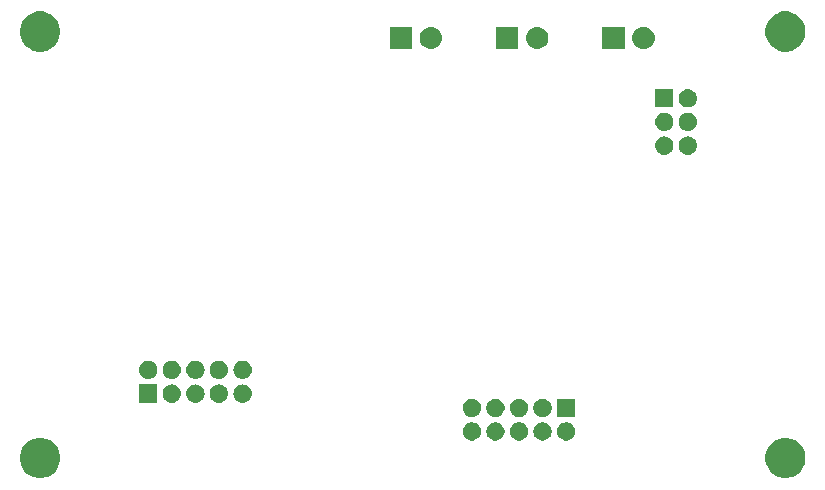
<source format=gbr>
G04 #@! TF.GenerationSoftware,KiCad,Pcbnew,5.0.2+dfsg1-1*
G04 #@! TF.CreationDate,2021-10-10T22:00:12+03:00*
G04 #@! TF.ProjectId,Brizer-ZigBee,4272697a-6572-42d5-9a69-674265652e6b,rev?*
G04 #@! TF.SameCoordinates,Original*
G04 #@! TF.FileFunction,Soldermask,Bot*
G04 #@! TF.FilePolarity,Negative*
%FSLAX46Y46*%
G04 Gerber Fmt 4.6, Leading zero omitted, Abs format (unit mm)*
G04 Created by KiCad (PCBNEW 5.0.2+dfsg1-1) date Вс 10 окт 2021 22:00:12*
%MOMM*%
%LPD*%
G01*
G04 APERTURE LIST*
%ADD10C,0.050000*%
G04 APERTURE END LIST*
D10*
G36*
X182045872Y-107915330D02*
X182045874Y-107915331D01*
X182045875Y-107915331D01*
X182106284Y-107940353D01*
X182355252Y-108043479D01*
X182633687Y-108229523D01*
X182870477Y-108466313D01*
X183056521Y-108744748D01*
X183184670Y-109054128D01*
X183250000Y-109382565D01*
X183250000Y-109717435D01*
X183184670Y-110045872D01*
X183056521Y-110355252D01*
X182870477Y-110633687D01*
X182633687Y-110870477D01*
X182355252Y-111056521D01*
X182106284Y-111159647D01*
X182045875Y-111184669D01*
X182045874Y-111184669D01*
X182045872Y-111184670D01*
X181717435Y-111250000D01*
X181382565Y-111250000D01*
X181054128Y-111184670D01*
X181054126Y-111184669D01*
X181054125Y-111184669D01*
X180993716Y-111159647D01*
X180744748Y-111056521D01*
X180466313Y-110870477D01*
X180229523Y-110633687D01*
X180043479Y-110355252D01*
X179915330Y-110045872D01*
X179850000Y-109717435D01*
X179850000Y-109382565D01*
X179915330Y-109054128D01*
X180043479Y-108744748D01*
X180229523Y-108466313D01*
X180466313Y-108229523D01*
X180744748Y-108043479D01*
X180993716Y-107940353D01*
X181054125Y-107915331D01*
X181054126Y-107915331D01*
X181054128Y-107915330D01*
X181382565Y-107850000D01*
X181717435Y-107850000D01*
X182045872Y-107915330D01*
X182045872Y-107915330D01*
G37*
G36*
X118945872Y-107915330D02*
X118945874Y-107915331D01*
X118945875Y-107915331D01*
X119006284Y-107940353D01*
X119255252Y-108043479D01*
X119533687Y-108229523D01*
X119770477Y-108466313D01*
X119956521Y-108744748D01*
X120084670Y-109054128D01*
X120150000Y-109382565D01*
X120150000Y-109717435D01*
X120084670Y-110045872D01*
X119956521Y-110355252D01*
X119770477Y-110633687D01*
X119533687Y-110870477D01*
X119255252Y-111056521D01*
X119006284Y-111159647D01*
X118945875Y-111184669D01*
X118945874Y-111184669D01*
X118945872Y-111184670D01*
X118617435Y-111250000D01*
X118282565Y-111250000D01*
X117954128Y-111184670D01*
X117954126Y-111184669D01*
X117954125Y-111184669D01*
X117893716Y-111159647D01*
X117644748Y-111056521D01*
X117366313Y-110870477D01*
X117129523Y-110633687D01*
X116943479Y-110355252D01*
X116815330Y-110045872D01*
X116750000Y-109717435D01*
X116750000Y-109382565D01*
X116815330Y-109054128D01*
X116943479Y-108744748D01*
X117129523Y-108466313D01*
X117366313Y-108229523D01*
X117644748Y-108043479D01*
X117893716Y-107940353D01*
X117954125Y-107915331D01*
X117954126Y-107915331D01*
X117954128Y-107915330D01*
X118282565Y-107850000D01*
X118617435Y-107850000D01*
X118945872Y-107915330D01*
X118945872Y-107915330D01*
G37*
G36*
X157226057Y-106554782D02*
X157226060Y-106554783D01*
X157226059Y-106554783D01*
X157367100Y-106613204D01*
X157494034Y-106698018D01*
X157601982Y-106805966D01*
X157601983Y-106805968D01*
X157686796Y-106932900D01*
X157745218Y-107073943D01*
X157775000Y-107223667D01*
X157775000Y-107376333D01*
X157745218Y-107526057D01*
X157745217Y-107526059D01*
X157686796Y-107667100D01*
X157601982Y-107794034D01*
X157494034Y-107901982D01*
X157367100Y-107986796D01*
X157226057Y-108045218D01*
X157076333Y-108075000D01*
X156923667Y-108075000D01*
X156773943Y-108045218D01*
X156632900Y-107986796D01*
X156505966Y-107901982D01*
X156398018Y-107794034D01*
X156313204Y-107667100D01*
X156254783Y-107526059D01*
X156254782Y-107526057D01*
X156225000Y-107376333D01*
X156225000Y-107223667D01*
X156254782Y-107073943D01*
X156313204Y-106932900D01*
X156398017Y-106805968D01*
X156398018Y-106805966D01*
X156505966Y-106698018D01*
X156632900Y-106613204D01*
X156773941Y-106554783D01*
X156773940Y-106554783D01*
X156773943Y-106554782D01*
X156923667Y-106525000D01*
X157076333Y-106525000D01*
X157226057Y-106554782D01*
X157226057Y-106554782D01*
G37*
G36*
X155226057Y-106554782D02*
X155226060Y-106554783D01*
X155226059Y-106554783D01*
X155367100Y-106613204D01*
X155494034Y-106698018D01*
X155601982Y-106805966D01*
X155601983Y-106805968D01*
X155686796Y-106932900D01*
X155745218Y-107073943D01*
X155775000Y-107223667D01*
X155775000Y-107376333D01*
X155745218Y-107526057D01*
X155745217Y-107526059D01*
X155686796Y-107667100D01*
X155601982Y-107794034D01*
X155494034Y-107901982D01*
X155367100Y-107986796D01*
X155226057Y-108045218D01*
X155076333Y-108075000D01*
X154923667Y-108075000D01*
X154773943Y-108045218D01*
X154632900Y-107986796D01*
X154505966Y-107901982D01*
X154398018Y-107794034D01*
X154313204Y-107667100D01*
X154254783Y-107526059D01*
X154254782Y-107526057D01*
X154225000Y-107376333D01*
X154225000Y-107223667D01*
X154254782Y-107073943D01*
X154313204Y-106932900D01*
X154398017Y-106805968D01*
X154398018Y-106805966D01*
X154505966Y-106698018D01*
X154632900Y-106613204D01*
X154773941Y-106554783D01*
X154773940Y-106554783D01*
X154773943Y-106554782D01*
X154923667Y-106525000D01*
X155076333Y-106525000D01*
X155226057Y-106554782D01*
X155226057Y-106554782D01*
G37*
G36*
X159226057Y-106554782D02*
X159226060Y-106554783D01*
X159226059Y-106554783D01*
X159367100Y-106613204D01*
X159494034Y-106698018D01*
X159601982Y-106805966D01*
X159601983Y-106805968D01*
X159686796Y-106932900D01*
X159745218Y-107073943D01*
X159775000Y-107223667D01*
X159775000Y-107376333D01*
X159745218Y-107526057D01*
X159745217Y-107526059D01*
X159686796Y-107667100D01*
X159601982Y-107794034D01*
X159494034Y-107901982D01*
X159367100Y-107986796D01*
X159226057Y-108045218D01*
X159076333Y-108075000D01*
X158923667Y-108075000D01*
X158773943Y-108045218D01*
X158632900Y-107986796D01*
X158505966Y-107901982D01*
X158398018Y-107794034D01*
X158313204Y-107667100D01*
X158254783Y-107526059D01*
X158254782Y-107526057D01*
X158225000Y-107376333D01*
X158225000Y-107223667D01*
X158254782Y-107073943D01*
X158313204Y-106932900D01*
X158398017Y-106805968D01*
X158398018Y-106805966D01*
X158505966Y-106698018D01*
X158632900Y-106613204D01*
X158773941Y-106554783D01*
X158773940Y-106554783D01*
X158773943Y-106554782D01*
X158923667Y-106525000D01*
X159076333Y-106525000D01*
X159226057Y-106554782D01*
X159226057Y-106554782D01*
G37*
G36*
X161226057Y-106554782D02*
X161226060Y-106554783D01*
X161226059Y-106554783D01*
X161367100Y-106613204D01*
X161494034Y-106698018D01*
X161601982Y-106805966D01*
X161601983Y-106805968D01*
X161686796Y-106932900D01*
X161745218Y-107073943D01*
X161775000Y-107223667D01*
X161775000Y-107376333D01*
X161745218Y-107526057D01*
X161745217Y-107526059D01*
X161686796Y-107667100D01*
X161601982Y-107794034D01*
X161494034Y-107901982D01*
X161367100Y-107986796D01*
X161226057Y-108045218D01*
X161076333Y-108075000D01*
X160923667Y-108075000D01*
X160773943Y-108045218D01*
X160632900Y-107986796D01*
X160505966Y-107901982D01*
X160398018Y-107794034D01*
X160313204Y-107667100D01*
X160254783Y-107526059D01*
X160254782Y-107526057D01*
X160225000Y-107376333D01*
X160225000Y-107223667D01*
X160254782Y-107073943D01*
X160313204Y-106932900D01*
X160398017Y-106805968D01*
X160398018Y-106805966D01*
X160505966Y-106698018D01*
X160632900Y-106613204D01*
X160773941Y-106554783D01*
X160773940Y-106554783D01*
X160773943Y-106554782D01*
X160923667Y-106525000D01*
X161076333Y-106525000D01*
X161226057Y-106554782D01*
X161226057Y-106554782D01*
G37*
G36*
X163226057Y-106554782D02*
X163226060Y-106554783D01*
X163226059Y-106554783D01*
X163367100Y-106613204D01*
X163494034Y-106698018D01*
X163601982Y-106805966D01*
X163601983Y-106805968D01*
X163686796Y-106932900D01*
X163745218Y-107073943D01*
X163775000Y-107223667D01*
X163775000Y-107376333D01*
X163745218Y-107526057D01*
X163745217Y-107526059D01*
X163686796Y-107667100D01*
X163601982Y-107794034D01*
X163494034Y-107901982D01*
X163367100Y-107986796D01*
X163226057Y-108045218D01*
X163076333Y-108075000D01*
X162923667Y-108075000D01*
X162773943Y-108045218D01*
X162632900Y-107986796D01*
X162505966Y-107901982D01*
X162398018Y-107794034D01*
X162313204Y-107667100D01*
X162254783Y-107526059D01*
X162254782Y-107526057D01*
X162225000Y-107376333D01*
X162225000Y-107223667D01*
X162254782Y-107073943D01*
X162313204Y-106932900D01*
X162398017Y-106805968D01*
X162398018Y-106805966D01*
X162505966Y-106698018D01*
X162632900Y-106613204D01*
X162773941Y-106554783D01*
X162773940Y-106554783D01*
X162773943Y-106554782D01*
X162923667Y-106525000D01*
X163076333Y-106525000D01*
X163226057Y-106554782D01*
X163226057Y-106554782D01*
G37*
G36*
X159226057Y-104554782D02*
X159226060Y-104554783D01*
X159226059Y-104554783D01*
X159367100Y-104613204D01*
X159494034Y-104698018D01*
X159601982Y-104805966D01*
X159601983Y-104805968D01*
X159686796Y-104932900D01*
X159745218Y-105073943D01*
X159775000Y-105223667D01*
X159775000Y-105376333D01*
X159745218Y-105526057D01*
X159745217Y-105526059D01*
X159686796Y-105667100D01*
X159601982Y-105794034D01*
X159494034Y-105901982D01*
X159367100Y-105986796D01*
X159226057Y-106045218D01*
X159076333Y-106075000D01*
X158923667Y-106075000D01*
X158773943Y-106045218D01*
X158632900Y-105986796D01*
X158505966Y-105901982D01*
X158398018Y-105794034D01*
X158313204Y-105667100D01*
X158254783Y-105526059D01*
X158254782Y-105526057D01*
X158225000Y-105376333D01*
X158225000Y-105223667D01*
X158254782Y-105073943D01*
X158313204Y-104932900D01*
X158398017Y-104805968D01*
X158398018Y-104805966D01*
X158505966Y-104698018D01*
X158632900Y-104613204D01*
X158773941Y-104554783D01*
X158773940Y-104554783D01*
X158773943Y-104554782D01*
X158923667Y-104525000D01*
X159076333Y-104525000D01*
X159226057Y-104554782D01*
X159226057Y-104554782D01*
G37*
G36*
X161226057Y-104554782D02*
X161226060Y-104554783D01*
X161226059Y-104554783D01*
X161367100Y-104613204D01*
X161494034Y-104698018D01*
X161601982Y-104805966D01*
X161601983Y-104805968D01*
X161686796Y-104932900D01*
X161745218Y-105073943D01*
X161775000Y-105223667D01*
X161775000Y-105376333D01*
X161745218Y-105526057D01*
X161745217Y-105526059D01*
X161686796Y-105667100D01*
X161601982Y-105794034D01*
X161494034Y-105901982D01*
X161367100Y-105986796D01*
X161226057Y-106045218D01*
X161076333Y-106075000D01*
X160923667Y-106075000D01*
X160773943Y-106045218D01*
X160632900Y-105986796D01*
X160505966Y-105901982D01*
X160398018Y-105794034D01*
X160313204Y-105667100D01*
X160254783Y-105526059D01*
X160254782Y-105526057D01*
X160225000Y-105376333D01*
X160225000Y-105223667D01*
X160254782Y-105073943D01*
X160313204Y-104932900D01*
X160398017Y-104805968D01*
X160398018Y-104805966D01*
X160505966Y-104698018D01*
X160632900Y-104613204D01*
X160773941Y-104554783D01*
X160773940Y-104554783D01*
X160773943Y-104554782D01*
X160923667Y-104525000D01*
X161076333Y-104525000D01*
X161226057Y-104554782D01*
X161226057Y-104554782D01*
G37*
G36*
X157226057Y-104554782D02*
X157226060Y-104554783D01*
X157226059Y-104554783D01*
X157367100Y-104613204D01*
X157494034Y-104698018D01*
X157601982Y-104805966D01*
X157601983Y-104805968D01*
X157686796Y-104932900D01*
X157745218Y-105073943D01*
X157775000Y-105223667D01*
X157775000Y-105376333D01*
X157745218Y-105526057D01*
X157745217Y-105526059D01*
X157686796Y-105667100D01*
X157601982Y-105794034D01*
X157494034Y-105901982D01*
X157367100Y-105986796D01*
X157226057Y-106045218D01*
X157076333Y-106075000D01*
X156923667Y-106075000D01*
X156773943Y-106045218D01*
X156632900Y-105986796D01*
X156505966Y-105901982D01*
X156398018Y-105794034D01*
X156313204Y-105667100D01*
X156254783Y-105526059D01*
X156254782Y-105526057D01*
X156225000Y-105376333D01*
X156225000Y-105223667D01*
X156254782Y-105073943D01*
X156313204Y-104932900D01*
X156398017Y-104805968D01*
X156398018Y-104805966D01*
X156505966Y-104698018D01*
X156632900Y-104613204D01*
X156773941Y-104554783D01*
X156773940Y-104554783D01*
X156773943Y-104554782D01*
X156923667Y-104525000D01*
X157076333Y-104525000D01*
X157226057Y-104554782D01*
X157226057Y-104554782D01*
G37*
G36*
X155226057Y-104554782D02*
X155226060Y-104554783D01*
X155226059Y-104554783D01*
X155367100Y-104613204D01*
X155494034Y-104698018D01*
X155601982Y-104805966D01*
X155601983Y-104805968D01*
X155686796Y-104932900D01*
X155745218Y-105073943D01*
X155775000Y-105223667D01*
X155775000Y-105376333D01*
X155745218Y-105526057D01*
X155745217Y-105526059D01*
X155686796Y-105667100D01*
X155601982Y-105794034D01*
X155494034Y-105901982D01*
X155367100Y-105986796D01*
X155226057Y-106045218D01*
X155076333Y-106075000D01*
X154923667Y-106075000D01*
X154773943Y-106045218D01*
X154632900Y-105986796D01*
X154505966Y-105901982D01*
X154398018Y-105794034D01*
X154313204Y-105667100D01*
X154254783Y-105526059D01*
X154254782Y-105526057D01*
X154225000Y-105376333D01*
X154225000Y-105223667D01*
X154254782Y-105073943D01*
X154313204Y-104932900D01*
X154398017Y-104805968D01*
X154398018Y-104805966D01*
X154505966Y-104698018D01*
X154632900Y-104613204D01*
X154773941Y-104554783D01*
X154773940Y-104554783D01*
X154773943Y-104554782D01*
X154923667Y-104525000D01*
X155076333Y-104525000D01*
X155226057Y-104554782D01*
X155226057Y-104554782D01*
G37*
G36*
X163775000Y-106075000D02*
X162225000Y-106075000D01*
X162225000Y-104525000D01*
X163775000Y-104525000D01*
X163775000Y-106075000D01*
X163775000Y-106075000D01*
G37*
G36*
X135751924Y-103336213D02*
X135898017Y-103380531D01*
X136032650Y-103452493D01*
X136150659Y-103549341D01*
X136247507Y-103667350D01*
X136319469Y-103801983D01*
X136363787Y-103948076D01*
X136378750Y-104100000D01*
X136363787Y-104251924D01*
X136319469Y-104398017D01*
X136247507Y-104532650D01*
X136150659Y-104650659D01*
X136032650Y-104747507D01*
X135898017Y-104819469D01*
X135751924Y-104863787D01*
X135638071Y-104875000D01*
X135561929Y-104875000D01*
X135448076Y-104863787D01*
X135301983Y-104819469D01*
X135167350Y-104747507D01*
X135049341Y-104650659D01*
X134952493Y-104532650D01*
X134880531Y-104398017D01*
X134836213Y-104251924D01*
X134821250Y-104100000D01*
X134836213Y-103948076D01*
X134880531Y-103801983D01*
X134952493Y-103667350D01*
X135049341Y-103549341D01*
X135167350Y-103452493D01*
X135301983Y-103380531D01*
X135448076Y-103336213D01*
X135561929Y-103325000D01*
X135638071Y-103325000D01*
X135751924Y-103336213D01*
X135751924Y-103336213D01*
G37*
G36*
X129751924Y-103336213D02*
X129898017Y-103380531D01*
X130032650Y-103452493D01*
X130150659Y-103549341D01*
X130247507Y-103667350D01*
X130319469Y-103801983D01*
X130363787Y-103948076D01*
X130378750Y-104100000D01*
X130363787Y-104251924D01*
X130319469Y-104398017D01*
X130247507Y-104532650D01*
X130150659Y-104650659D01*
X130032650Y-104747507D01*
X129898017Y-104819469D01*
X129751924Y-104863787D01*
X129638071Y-104875000D01*
X129561929Y-104875000D01*
X129448076Y-104863787D01*
X129301983Y-104819469D01*
X129167350Y-104747507D01*
X129049341Y-104650659D01*
X128952493Y-104532650D01*
X128880531Y-104398017D01*
X128836213Y-104251924D01*
X128821250Y-104100000D01*
X128836213Y-103948076D01*
X128880531Y-103801983D01*
X128952493Y-103667350D01*
X129049341Y-103549341D01*
X129167350Y-103452493D01*
X129301983Y-103380531D01*
X129448076Y-103336213D01*
X129561929Y-103325000D01*
X129638071Y-103325000D01*
X129751924Y-103336213D01*
X129751924Y-103336213D01*
G37*
G36*
X131751924Y-103336213D02*
X131898017Y-103380531D01*
X132032650Y-103452493D01*
X132150659Y-103549341D01*
X132247507Y-103667350D01*
X132319469Y-103801983D01*
X132363787Y-103948076D01*
X132378750Y-104100000D01*
X132363787Y-104251924D01*
X132319469Y-104398017D01*
X132247507Y-104532650D01*
X132150659Y-104650659D01*
X132032650Y-104747507D01*
X131898017Y-104819469D01*
X131751924Y-104863787D01*
X131638071Y-104875000D01*
X131561929Y-104875000D01*
X131448076Y-104863787D01*
X131301983Y-104819469D01*
X131167350Y-104747507D01*
X131049341Y-104650659D01*
X130952493Y-104532650D01*
X130880531Y-104398017D01*
X130836213Y-104251924D01*
X130821250Y-104100000D01*
X130836213Y-103948076D01*
X130880531Y-103801983D01*
X130952493Y-103667350D01*
X131049341Y-103549341D01*
X131167350Y-103452493D01*
X131301983Y-103380531D01*
X131448076Y-103336213D01*
X131561929Y-103325000D01*
X131638071Y-103325000D01*
X131751924Y-103336213D01*
X131751924Y-103336213D01*
G37*
G36*
X128375000Y-104875000D02*
X126825000Y-104875000D01*
X126825000Y-103325000D01*
X128375000Y-103325000D01*
X128375000Y-104875000D01*
X128375000Y-104875000D01*
G37*
G36*
X133751924Y-103336213D02*
X133898017Y-103380531D01*
X134032650Y-103452493D01*
X134150659Y-103549341D01*
X134247507Y-103667350D01*
X134319469Y-103801983D01*
X134363787Y-103948076D01*
X134378750Y-104100000D01*
X134363787Y-104251924D01*
X134319469Y-104398017D01*
X134247507Y-104532650D01*
X134150659Y-104650659D01*
X134032650Y-104747507D01*
X133898017Y-104819469D01*
X133751924Y-104863787D01*
X133638071Y-104875000D01*
X133561929Y-104875000D01*
X133448076Y-104863787D01*
X133301983Y-104819469D01*
X133167350Y-104747507D01*
X133049341Y-104650659D01*
X132952493Y-104532650D01*
X132880531Y-104398017D01*
X132836213Y-104251924D01*
X132821250Y-104100000D01*
X132836213Y-103948076D01*
X132880531Y-103801983D01*
X132952493Y-103667350D01*
X133049341Y-103549341D01*
X133167350Y-103452493D01*
X133301983Y-103380531D01*
X133448076Y-103336213D01*
X133561929Y-103325000D01*
X133638071Y-103325000D01*
X133751924Y-103336213D01*
X133751924Y-103336213D01*
G37*
G36*
X135751924Y-101336213D02*
X135898017Y-101380531D01*
X136032650Y-101452493D01*
X136150659Y-101549341D01*
X136247507Y-101667350D01*
X136319469Y-101801983D01*
X136363787Y-101948076D01*
X136378750Y-102100000D01*
X136363787Y-102251924D01*
X136319469Y-102398017D01*
X136247507Y-102532650D01*
X136150659Y-102650659D01*
X136032650Y-102747507D01*
X135898017Y-102819469D01*
X135751924Y-102863787D01*
X135638071Y-102875000D01*
X135561929Y-102875000D01*
X135448076Y-102863787D01*
X135301983Y-102819469D01*
X135167350Y-102747507D01*
X135049341Y-102650659D01*
X134952493Y-102532650D01*
X134880531Y-102398017D01*
X134836213Y-102251924D01*
X134821250Y-102100000D01*
X134836213Y-101948076D01*
X134880531Y-101801983D01*
X134952493Y-101667350D01*
X135049341Y-101549341D01*
X135167350Y-101452493D01*
X135301983Y-101380531D01*
X135448076Y-101336213D01*
X135561929Y-101325000D01*
X135638071Y-101325000D01*
X135751924Y-101336213D01*
X135751924Y-101336213D01*
G37*
G36*
X127751924Y-101336213D02*
X127898017Y-101380531D01*
X128032650Y-101452493D01*
X128150659Y-101549341D01*
X128247507Y-101667350D01*
X128319469Y-101801983D01*
X128363787Y-101948076D01*
X128378750Y-102100000D01*
X128363787Y-102251924D01*
X128319469Y-102398017D01*
X128247507Y-102532650D01*
X128150659Y-102650659D01*
X128032650Y-102747507D01*
X127898017Y-102819469D01*
X127751924Y-102863787D01*
X127638071Y-102875000D01*
X127561929Y-102875000D01*
X127448076Y-102863787D01*
X127301983Y-102819469D01*
X127167350Y-102747507D01*
X127049341Y-102650659D01*
X126952493Y-102532650D01*
X126880531Y-102398017D01*
X126836213Y-102251924D01*
X126821250Y-102100000D01*
X126836213Y-101948076D01*
X126880531Y-101801983D01*
X126952493Y-101667350D01*
X127049341Y-101549341D01*
X127167350Y-101452493D01*
X127301983Y-101380531D01*
X127448076Y-101336213D01*
X127561929Y-101325000D01*
X127638071Y-101325000D01*
X127751924Y-101336213D01*
X127751924Y-101336213D01*
G37*
G36*
X129751924Y-101336213D02*
X129898017Y-101380531D01*
X130032650Y-101452493D01*
X130150659Y-101549341D01*
X130247507Y-101667350D01*
X130319469Y-101801983D01*
X130363787Y-101948076D01*
X130378750Y-102100000D01*
X130363787Y-102251924D01*
X130319469Y-102398017D01*
X130247507Y-102532650D01*
X130150659Y-102650659D01*
X130032650Y-102747507D01*
X129898017Y-102819469D01*
X129751924Y-102863787D01*
X129638071Y-102875000D01*
X129561929Y-102875000D01*
X129448076Y-102863787D01*
X129301983Y-102819469D01*
X129167350Y-102747507D01*
X129049341Y-102650659D01*
X128952493Y-102532650D01*
X128880531Y-102398017D01*
X128836213Y-102251924D01*
X128821250Y-102100000D01*
X128836213Y-101948076D01*
X128880531Y-101801983D01*
X128952493Y-101667350D01*
X129049341Y-101549341D01*
X129167350Y-101452493D01*
X129301983Y-101380531D01*
X129448076Y-101336213D01*
X129561929Y-101325000D01*
X129638071Y-101325000D01*
X129751924Y-101336213D01*
X129751924Y-101336213D01*
G37*
G36*
X131751924Y-101336213D02*
X131898017Y-101380531D01*
X132032650Y-101452493D01*
X132150659Y-101549341D01*
X132247507Y-101667350D01*
X132319469Y-101801983D01*
X132363787Y-101948076D01*
X132378750Y-102100000D01*
X132363787Y-102251924D01*
X132319469Y-102398017D01*
X132247507Y-102532650D01*
X132150659Y-102650659D01*
X132032650Y-102747507D01*
X131898017Y-102819469D01*
X131751924Y-102863787D01*
X131638071Y-102875000D01*
X131561929Y-102875000D01*
X131448076Y-102863787D01*
X131301983Y-102819469D01*
X131167350Y-102747507D01*
X131049341Y-102650659D01*
X130952493Y-102532650D01*
X130880531Y-102398017D01*
X130836213Y-102251924D01*
X130821250Y-102100000D01*
X130836213Y-101948076D01*
X130880531Y-101801983D01*
X130952493Y-101667350D01*
X131049341Y-101549341D01*
X131167350Y-101452493D01*
X131301983Y-101380531D01*
X131448076Y-101336213D01*
X131561929Y-101325000D01*
X131638071Y-101325000D01*
X131751924Y-101336213D01*
X131751924Y-101336213D01*
G37*
G36*
X133751924Y-101336213D02*
X133898017Y-101380531D01*
X134032650Y-101452493D01*
X134150659Y-101549341D01*
X134247507Y-101667350D01*
X134319469Y-101801983D01*
X134363787Y-101948076D01*
X134378750Y-102100000D01*
X134363787Y-102251924D01*
X134319469Y-102398017D01*
X134247507Y-102532650D01*
X134150659Y-102650659D01*
X134032650Y-102747507D01*
X133898017Y-102819469D01*
X133751924Y-102863787D01*
X133638071Y-102875000D01*
X133561929Y-102875000D01*
X133448076Y-102863787D01*
X133301983Y-102819469D01*
X133167350Y-102747507D01*
X133049341Y-102650659D01*
X132952493Y-102532650D01*
X132880531Y-102398017D01*
X132836213Y-102251924D01*
X132821250Y-102100000D01*
X132836213Y-101948076D01*
X132880531Y-101801983D01*
X132952493Y-101667350D01*
X133049341Y-101549341D01*
X133167350Y-101452493D01*
X133301983Y-101380531D01*
X133448076Y-101336213D01*
X133561929Y-101325000D01*
X133638071Y-101325000D01*
X133751924Y-101336213D01*
X133751924Y-101336213D01*
G37*
G36*
X173451924Y-82336213D02*
X173598017Y-82380531D01*
X173732650Y-82452493D01*
X173850659Y-82549341D01*
X173947507Y-82667350D01*
X174019469Y-82801983D01*
X174063787Y-82948076D01*
X174078750Y-83100000D01*
X174063787Y-83251924D01*
X174019469Y-83398017D01*
X173947507Y-83532650D01*
X173850659Y-83650659D01*
X173732650Y-83747507D01*
X173598017Y-83819469D01*
X173451924Y-83863787D01*
X173338071Y-83875000D01*
X173261929Y-83875000D01*
X173148076Y-83863787D01*
X173001983Y-83819469D01*
X172867350Y-83747507D01*
X172749341Y-83650659D01*
X172652493Y-83532650D01*
X172580531Y-83398017D01*
X172536213Y-83251924D01*
X172521250Y-83100000D01*
X172536213Y-82948076D01*
X172580531Y-82801983D01*
X172652493Y-82667350D01*
X172749341Y-82549341D01*
X172867350Y-82452493D01*
X173001983Y-82380531D01*
X173148076Y-82336213D01*
X173261929Y-82325000D01*
X173338071Y-82325000D01*
X173451924Y-82336213D01*
X173451924Y-82336213D01*
G37*
G36*
X171451924Y-82336213D02*
X171598017Y-82380531D01*
X171732650Y-82452493D01*
X171850659Y-82549341D01*
X171947507Y-82667350D01*
X172019469Y-82801983D01*
X172063787Y-82948076D01*
X172078750Y-83100000D01*
X172063787Y-83251924D01*
X172019469Y-83398017D01*
X171947507Y-83532650D01*
X171850659Y-83650659D01*
X171732650Y-83747507D01*
X171598017Y-83819469D01*
X171451924Y-83863787D01*
X171338071Y-83875000D01*
X171261929Y-83875000D01*
X171148076Y-83863787D01*
X171001983Y-83819469D01*
X170867350Y-83747507D01*
X170749341Y-83650659D01*
X170652493Y-83532650D01*
X170580531Y-83398017D01*
X170536213Y-83251924D01*
X170521250Y-83100000D01*
X170536213Y-82948076D01*
X170580531Y-82801983D01*
X170652493Y-82667350D01*
X170749341Y-82549341D01*
X170867350Y-82452493D01*
X171001983Y-82380531D01*
X171148076Y-82336213D01*
X171261929Y-82325000D01*
X171338071Y-82325000D01*
X171451924Y-82336213D01*
X171451924Y-82336213D01*
G37*
G36*
X171451924Y-80336213D02*
X171598017Y-80380531D01*
X171732650Y-80452493D01*
X171850659Y-80549341D01*
X171947507Y-80667350D01*
X172019469Y-80801983D01*
X172063787Y-80948076D01*
X172078750Y-81100000D01*
X172063787Y-81251924D01*
X172019469Y-81398017D01*
X171947507Y-81532650D01*
X171850659Y-81650659D01*
X171732650Y-81747507D01*
X171598017Y-81819469D01*
X171451924Y-81863787D01*
X171338071Y-81875000D01*
X171261929Y-81875000D01*
X171148076Y-81863787D01*
X171001983Y-81819469D01*
X170867350Y-81747507D01*
X170749341Y-81650659D01*
X170652493Y-81532650D01*
X170580531Y-81398017D01*
X170536213Y-81251924D01*
X170521250Y-81100000D01*
X170536213Y-80948076D01*
X170580531Y-80801983D01*
X170652493Y-80667350D01*
X170749341Y-80549341D01*
X170867350Y-80452493D01*
X171001983Y-80380531D01*
X171148076Y-80336213D01*
X171261929Y-80325000D01*
X171338071Y-80325000D01*
X171451924Y-80336213D01*
X171451924Y-80336213D01*
G37*
G36*
X173451924Y-80336213D02*
X173598017Y-80380531D01*
X173732650Y-80452493D01*
X173850659Y-80549341D01*
X173947507Y-80667350D01*
X174019469Y-80801983D01*
X174063787Y-80948076D01*
X174078750Y-81100000D01*
X174063787Y-81251924D01*
X174019469Y-81398017D01*
X173947507Y-81532650D01*
X173850659Y-81650659D01*
X173732650Y-81747507D01*
X173598017Y-81819469D01*
X173451924Y-81863787D01*
X173338071Y-81875000D01*
X173261929Y-81875000D01*
X173148076Y-81863787D01*
X173001983Y-81819469D01*
X172867350Y-81747507D01*
X172749341Y-81650659D01*
X172652493Y-81532650D01*
X172580531Y-81398017D01*
X172536213Y-81251924D01*
X172521250Y-81100000D01*
X172536213Y-80948076D01*
X172580531Y-80801983D01*
X172652493Y-80667350D01*
X172749341Y-80549341D01*
X172867350Y-80452493D01*
X173001983Y-80380531D01*
X173148076Y-80336213D01*
X173261929Y-80325000D01*
X173338071Y-80325000D01*
X173451924Y-80336213D01*
X173451924Y-80336213D01*
G37*
G36*
X173451924Y-78336213D02*
X173598017Y-78380531D01*
X173732650Y-78452493D01*
X173850659Y-78549341D01*
X173947507Y-78667350D01*
X174019469Y-78801983D01*
X174063787Y-78948076D01*
X174078750Y-79100000D01*
X174063787Y-79251924D01*
X174019469Y-79398017D01*
X173947507Y-79532650D01*
X173850659Y-79650659D01*
X173732650Y-79747507D01*
X173598017Y-79819469D01*
X173451924Y-79863787D01*
X173338071Y-79875000D01*
X173261929Y-79875000D01*
X173148076Y-79863787D01*
X173001983Y-79819469D01*
X172867350Y-79747507D01*
X172749341Y-79650659D01*
X172652493Y-79532650D01*
X172580531Y-79398017D01*
X172536213Y-79251924D01*
X172521250Y-79100000D01*
X172536213Y-78948076D01*
X172580531Y-78801983D01*
X172652493Y-78667350D01*
X172749341Y-78549341D01*
X172867350Y-78452493D01*
X173001983Y-78380531D01*
X173148076Y-78336213D01*
X173261929Y-78325000D01*
X173338071Y-78325000D01*
X173451924Y-78336213D01*
X173451924Y-78336213D01*
G37*
G36*
X172075000Y-79875000D02*
X170525000Y-79875000D01*
X170525000Y-78325000D01*
X172075000Y-78325000D01*
X172075000Y-79875000D01*
X172075000Y-79875000D01*
G37*
G36*
X118945872Y-71815330D02*
X118945874Y-71815331D01*
X118945875Y-71815331D01*
X119006284Y-71840353D01*
X119255252Y-71943479D01*
X119533687Y-72129523D01*
X119770477Y-72366313D01*
X119956521Y-72644748D01*
X120084670Y-72954128D01*
X120150000Y-73282565D01*
X120150000Y-73617435D01*
X120084670Y-73945872D01*
X119956521Y-74255252D01*
X119770477Y-74533687D01*
X119533687Y-74770477D01*
X119255252Y-74956521D01*
X119006284Y-75059647D01*
X118945875Y-75084669D01*
X118945874Y-75084669D01*
X118945872Y-75084670D01*
X118617435Y-75150000D01*
X118282565Y-75150000D01*
X117954128Y-75084670D01*
X117954126Y-75084669D01*
X117954125Y-75084669D01*
X117893716Y-75059647D01*
X117644748Y-74956521D01*
X117366313Y-74770477D01*
X117129523Y-74533687D01*
X116943479Y-74255252D01*
X116815330Y-73945872D01*
X116750000Y-73617435D01*
X116750000Y-73282565D01*
X116815330Y-72954128D01*
X116943479Y-72644748D01*
X117129523Y-72366313D01*
X117366313Y-72129523D01*
X117644748Y-71943479D01*
X117893716Y-71840353D01*
X117954125Y-71815331D01*
X117954126Y-71815331D01*
X117954128Y-71815330D01*
X118282565Y-71750000D01*
X118617435Y-71750000D01*
X118945872Y-71815330D01*
X118945872Y-71815330D01*
G37*
G36*
X182045872Y-71815330D02*
X182045874Y-71815331D01*
X182045875Y-71815331D01*
X182106284Y-71840353D01*
X182355252Y-71943479D01*
X182633687Y-72129523D01*
X182870477Y-72366313D01*
X183056521Y-72644748D01*
X183184670Y-72954128D01*
X183250000Y-73282565D01*
X183250000Y-73617435D01*
X183184670Y-73945872D01*
X183056521Y-74255252D01*
X182870477Y-74533687D01*
X182633687Y-74770477D01*
X182355252Y-74956521D01*
X182106284Y-75059647D01*
X182045875Y-75084669D01*
X182045874Y-75084669D01*
X182045872Y-75084670D01*
X181717435Y-75150000D01*
X181382565Y-75150000D01*
X181054128Y-75084670D01*
X181054126Y-75084669D01*
X181054125Y-75084669D01*
X180993716Y-75059647D01*
X180744748Y-74956521D01*
X180466313Y-74770477D01*
X180229523Y-74533687D01*
X180043479Y-74255252D01*
X179915330Y-73945872D01*
X179850000Y-73617435D01*
X179850000Y-73282565D01*
X179915330Y-72954128D01*
X180043479Y-72644748D01*
X180229523Y-72366313D01*
X180466313Y-72129523D01*
X180744748Y-71943479D01*
X180993716Y-71840353D01*
X181054125Y-71815331D01*
X181054126Y-71815331D01*
X181054128Y-71815330D01*
X181382565Y-71750000D01*
X181717435Y-71750000D01*
X182045872Y-71815330D01*
X182045872Y-71815330D01*
G37*
G36*
X160702971Y-73061455D02*
X160726232Y-73063746D01*
X160905308Y-73118068D01*
X161070345Y-73206282D01*
X161215001Y-73324999D01*
X161333718Y-73469655D01*
X161421932Y-73634692D01*
X161421932Y-73634693D01*
X161476254Y-73813769D01*
X161494597Y-74000000D01*
X161477899Y-74169534D01*
X161476254Y-74186232D01*
X161421932Y-74365308D01*
X161333718Y-74530345D01*
X161215001Y-74675001D01*
X161070345Y-74793718D01*
X160905308Y-74881932D01*
X160726232Y-74936254D01*
X160702971Y-74938545D01*
X160586670Y-74950000D01*
X160493330Y-74950000D01*
X160377029Y-74938545D01*
X160353768Y-74936254D01*
X160174692Y-74881932D01*
X160009655Y-74793718D01*
X159864999Y-74675001D01*
X159746282Y-74530345D01*
X159658068Y-74365308D01*
X159603746Y-74186232D01*
X159602101Y-74169534D01*
X159585403Y-74000000D01*
X159603746Y-73813769D01*
X159658068Y-73634693D01*
X159658068Y-73634692D01*
X159746282Y-73469655D01*
X159864999Y-73324999D01*
X160009655Y-73206282D01*
X160174692Y-73118068D01*
X160353768Y-73063746D01*
X160377029Y-73061455D01*
X160493330Y-73050000D01*
X160586670Y-73050000D01*
X160702971Y-73061455D01*
X160702971Y-73061455D01*
G37*
G36*
X158950000Y-74950000D02*
X157050000Y-74950000D01*
X157050000Y-73050000D01*
X158950000Y-73050000D01*
X158950000Y-74950000D01*
X158950000Y-74950000D01*
G37*
G36*
X151702971Y-73061455D02*
X151726232Y-73063746D01*
X151905308Y-73118068D01*
X152070345Y-73206282D01*
X152215001Y-73324999D01*
X152333718Y-73469655D01*
X152421932Y-73634692D01*
X152421932Y-73634693D01*
X152476254Y-73813769D01*
X152494597Y-74000000D01*
X152477899Y-74169534D01*
X152476254Y-74186232D01*
X152421932Y-74365308D01*
X152333718Y-74530345D01*
X152215001Y-74675001D01*
X152070345Y-74793718D01*
X151905308Y-74881932D01*
X151726232Y-74936254D01*
X151702971Y-74938545D01*
X151586670Y-74950000D01*
X151493330Y-74950000D01*
X151377029Y-74938545D01*
X151353768Y-74936254D01*
X151174692Y-74881932D01*
X151009655Y-74793718D01*
X150864999Y-74675001D01*
X150746282Y-74530345D01*
X150658068Y-74365308D01*
X150603746Y-74186232D01*
X150602101Y-74169534D01*
X150585403Y-74000000D01*
X150603746Y-73813769D01*
X150658068Y-73634693D01*
X150658068Y-73634692D01*
X150746282Y-73469655D01*
X150864999Y-73324999D01*
X151009655Y-73206282D01*
X151174692Y-73118068D01*
X151353768Y-73063746D01*
X151377029Y-73061455D01*
X151493330Y-73050000D01*
X151586670Y-73050000D01*
X151702971Y-73061455D01*
X151702971Y-73061455D01*
G37*
G36*
X169702971Y-73061455D02*
X169726232Y-73063746D01*
X169905308Y-73118068D01*
X170070345Y-73206282D01*
X170215001Y-73324999D01*
X170333718Y-73469655D01*
X170421932Y-73634692D01*
X170421932Y-73634693D01*
X170476254Y-73813769D01*
X170494597Y-74000000D01*
X170477899Y-74169534D01*
X170476254Y-74186232D01*
X170421932Y-74365308D01*
X170333718Y-74530345D01*
X170215001Y-74675001D01*
X170070345Y-74793718D01*
X169905308Y-74881932D01*
X169726232Y-74936254D01*
X169702971Y-74938545D01*
X169586670Y-74950000D01*
X169493330Y-74950000D01*
X169377029Y-74938545D01*
X169353768Y-74936254D01*
X169174692Y-74881932D01*
X169009655Y-74793718D01*
X168864999Y-74675001D01*
X168746282Y-74530345D01*
X168658068Y-74365308D01*
X168603746Y-74186232D01*
X168602101Y-74169534D01*
X168585403Y-74000000D01*
X168603746Y-73813769D01*
X168658068Y-73634693D01*
X168658068Y-73634692D01*
X168746282Y-73469655D01*
X168864999Y-73324999D01*
X169009655Y-73206282D01*
X169174692Y-73118068D01*
X169353768Y-73063746D01*
X169377029Y-73061455D01*
X169493330Y-73050000D01*
X169586670Y-73050000D01*
X169702971Y-73061455D01*
X169702971Y-73061455D01*
G37*
G36*
X167950000Y-74950000D02*
X166050000Y-74950000D01*
X166050000Y-73050000D01*
X167950000Y-73050000D01*
X167950000Y-74950000D01*
X167950000Y-74950000D01*
G37*
G36*
X149950000Y-74950000D02*
X148050000Y-74950000D01*
X148050000Y-73050000D01*
X149950000Y-73050000D01*
X149950000Y-74950000D01*
X149950000Y-74950000D01*
G37*
M02*

</source>
